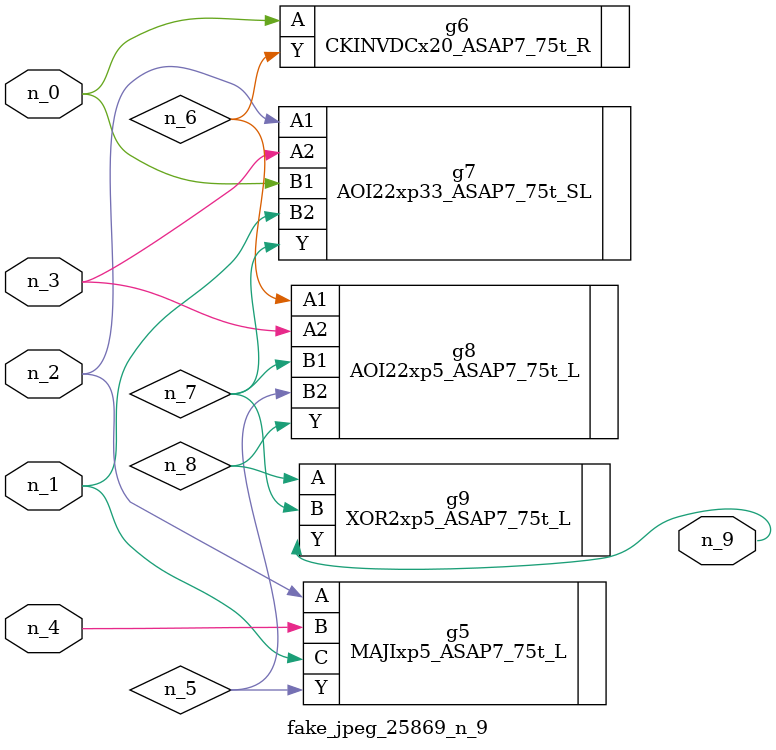
<source format=v>
module fake_jpeg_25869_n_9 (n_3, n_2, n_1, n_0, n_4, n_9);

input n_3;
input n_2;
input n_1;
input n_0;
input n_4;

output n_9;

wire n_8;
wire n_6;
wire n_5;
wire n_7;

MAJIxp5_ASAP7_75t_L g5 ( 
.A(n_2),
.B(n_4),
.C(n_1),
.Y(n_5)
);

CKINVDCx20_ASAP7_75t_R g6 ( 
.A(n_0),
.Y(n_6)
);

AOI22xp33_ASAP7_75t_SL g7 ( 
.A1(n_2),
.A2(n_3),
.B1(n_0),
.B2(n_1),
.Y(n_7)
);

AOI22xp5_ASAP7_75t_L g8 ( 
.A1(n_6),
.A2(n_3),
.B1(n_7),
.B2(n_5),
.Y(n_8)
);

XOR2xp5_ASAP7_75t_L g9 ( 
.A(n_8),
.B(n_7),
.Y(n_9)
);


endmodule
</source>
